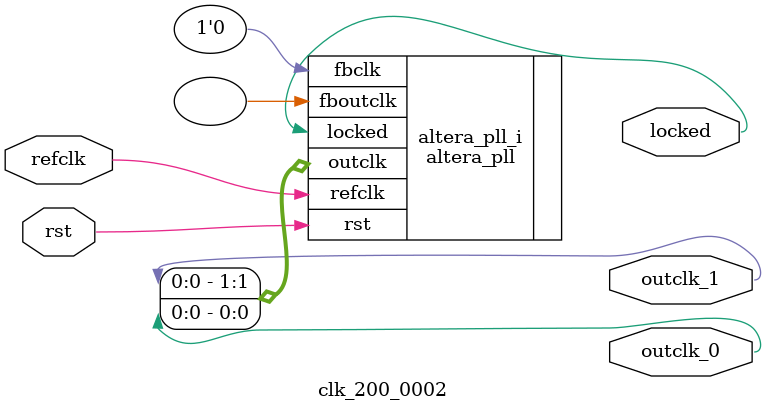
<source format=v>
`timescale 1ns/10ps
module  clk_200_0002(

	// interface 'refclk'
	input wire refclk,

	// interface 'reset'
	input wire rst,

	// interface 'outclk0'
	output wire outclk_0,

	// interface 'outclk1'
	output wire outclk_1,

	// interface 'locked'
	output wire locked
);

	altera_pll #(
		.fractional_vco_multiplier("false"),
		.reference_clock_frequency("50.0 MHz"),
		.operation_mode("direct"),
		.number_of_clocks(2),
		.output_clock_frequency0("200.000000 MHz"),
		.phase_shift0("0 ps"),
		.duty_cycle0(50),
		.output_clock_frequency1("200.000000 MHz"),
		.phase_shift1("1125 ps"),
		.duty_cycle1(50),
		.output_clock_frequency2("0 MHz"),
		.phase_shift2("0 ps"),
		.duty_cycle2(50),
		.output_clock_frequency3("0 MHz"),
		.phase_shift3("0 ps"),
		.duty_cycle3(50),
		.output_clock_frequency4("0 MHz"),
		.phase_shift4("0 ps"),
		.duty_cycle4(50),
		.output_clock_frequency5("0 MHz"),
		.phase_shift5("0 ps"),
		.duty_cycle5(50),
		.output_clock_frequency6("0 MHz"),
		.phase_shift6("0 ps"),
		.duty_cycle6(50),
		.output_clock_frequency7("0 MHz"),
		.phase_shift7("0 ps"),
		.duty_cycle7(50),
		.output_clock_frequency8("0 MHz"),
		.phase_shift8("0 ps"),
		.duty_cycle8(50),
		.output_clock_frequency9("0 MHz"),
		.phase_shift9("0 ps"),
		.duty_cycle9(50),
		.output_clock_frequency10("0 MHz"),
		.phase_shift10("0 ps"),
		.duty_cycle10(50),
		.output_clock_frequency11("0 MHz"),
		.phase_shift11("0 ps"),
		.duty_cycle11(50),
		.output_clock_frequency12("0 MHz"),
		.phase_shift12("0 ps"),
		.duty_cycle12(50),
		.output_clock_frequency13("0 MHz"),
		.phase_shift13("0 ps"),
		.duty_cycle13(50),
		.output_clock_frequency14("0 MHz"),
		.phase_shift14("0 ps"),
		.duty_cycle14(50),
		.output_clock_frequency15("0 MHz"),
		.phase_shift15("0 ps"),
		.duty_cycle15(50),
		.output_clock_frequency16("0 MHz"),
		.phase_shift16("0 ps"),
		.duty_cycle16(50),
		.output_clock_frequency17("0 MHz"),
		.phase_shift17("0 ps"),
		.duty_cycle17(50),
		.pll_type("General"),
		.pll_subtype("General")
	) altera_pll_i (
		.rst	(rst),
		.outclk	({outclk_1, outclk_0}),
		.locked	(locked),
		.fboutclk	( ),
		.fbclk	(1'b0),
		.refclk	(refclk)
	);
endmodule


</source>
